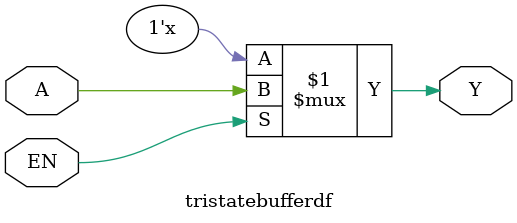
<source format=v>
module tristatebufferdf (A,EN,Y);
	output  Y;
	input A,EN;
	assign Y=(EN)?A:1'bz;
endmodule
	

</source>
